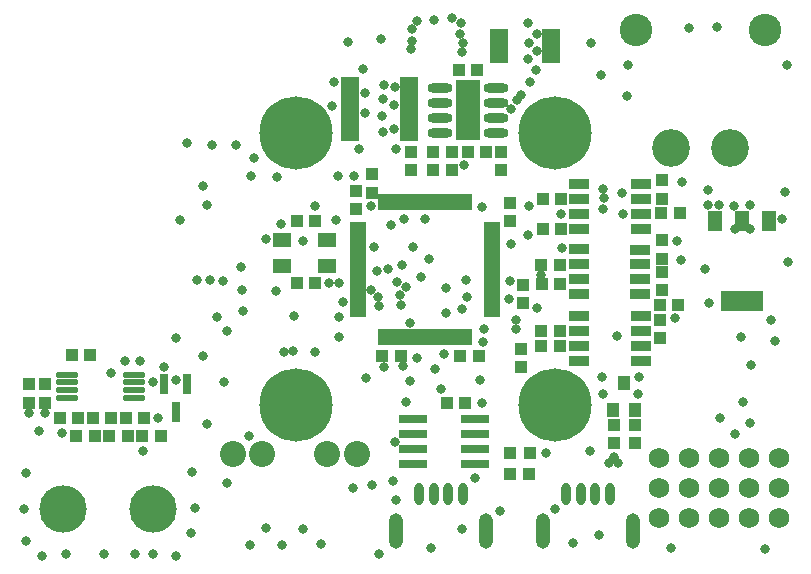
<source format=gts>
G04*
G04 #@! TF.GenerationSoftware,Altium Limited,Altium Designer,18.0.12 (696)*
G04*
G04 Layer_Color=8388736*
%FSLAX25Y25*%
%MOIN*%
G70*
G01*
G75*
%ADD18R,0.03950X0.03950*%
%ADD19R,0.04202X0.03898*%
%ADD20R,0.06300X0.11800*%
%ADD21R,0.03898X0.04202*%
%ADD22R,0.06312X0.21272*%
%ADD23R,0.08280X0.20485*%
%ADD24O,0.08280X0.03162*%
%ADD25R,0.01981X0.05524*%
%ADD26R,0.05524X0.01981*%
%ADD27R,0.06312X0.04737*%
%ADD28R,0.06800X0.03200*%
%ADD29R,0.05131X0.06902*%
%ADD30R,0.05131X0.06902*%
%ADD31R,0.14383X0.06902*%
%ADD32R,0.09461X0.03162*%
G04:AMPARAMS|DCode=33|XSize=118.24mil|YSize=47.37mil|CornerRadius=23.68mil|HoleSize=0mil|Usage=FLASHONLY|Rotation=90.000|XOffset=0mil|YOffset=0mil|HoleType=Round|Shape=RoundedRectangle|*
%AMROUNDEDRECTD33*
21,1,0.11824,0.00000,0,0,90.0*
21,1,0.07087,0.04737,0,0,90.0*
1,1,0.04737,0.00000,0.03544*
1,1,0.04737,0.00000,-0.03544*
1,1,0.04737,0.00000,-0.03544*
1,1,0.04737,0.00000,0.03544*
%
%ADD33ROUNDEDRECTD33*%
G04:AMPARAMS|DCode=34|XSize=31.62mil|YSize=74.93mil|CornerRadius=15.81mil|HoleSize=0mil|Usage=FLASHONLY|Rotation=0.000|XOffset=0mil|YOffset=0mil|HoleType=Round|Shape=RoundedRectangle|*
%AMROUNDEDRECTD34*
21,1,0.03162,0.04331,0,0,0.0*
21,1,0.00000,0.07493,0,0,0.0*
1,1,0.03162,0.00000,-0.02166*
1,1,0.03162,0.00000,-0.02166*
1,1,0.03162,0.00000,0.02166*
1,1,0.03162,0.00000,0.02166*
%
%ADD34ROUNDEDRECTD34*%
%ADD35O,0.07493X0.02178*%
%ADD36R,0.03162X0.06509*%
%ADD37R,0.04343X0.04540*%
%ADD38R,0.04343X0.04540*%
%ADD39C,0.06800*%
%ADD40C,0.10800*%
%ADD41C,0.12600*%
%ADD42C,0.08674*%
%ADD43C,0.15800*%
%ADD44C,0.24400*%
%ADD45C,0.03162*%
D18*
X891948Y188700D02*
D03*
X885452D02*
D03*
X885552Y195600D02*
D03*
X892048D02*
D03*
D19*
X920000Y205051D02*
D03*
Y198949D02*
D03*
X927000Y205051D02*
D03*
X927000Y198949D02*
D03*
X882500Y296051D02*
D03*
X882500Y289949D02*
D03*
X852500Y289949D02*
D03*
X852500Y296051D02*
D03*
X834000Y276949D02*
D03*
Y283051D02*
D03*
X839500Y282449D02*
D03*
Y288551D02*
D03*
X889300Y230451D02*
D03*
Y224349D02*
D03*
X885500Y272949D02*
D03*
Y279051D02*
D03*
X889900Y251751D02*
D03*
Y245649D02*
D03*
X935500Y240051D02*
D03*
Y233949D02*
D03*
X936000Y256051D02*
D03*
X936000Y249949D02*
D03*
X936000Y266551D02*
D03*
Y260449D02*
D03*
X936000Y286551D02*
D03*
Y280449D02*
D03*
X730500Y212449D02*
D03*
Y218551D02*
D03*
X725000Y212449D02*
D03*
Y218551D02*
D03*
D20*
X899200Y331500D02*
D03*
X881800Y331500D02*
D03*
D21*
X874551Y323500D02*
D03*
X868449D02*
D03*
X871449Y296000D02*
D03*
X877551D02*
D03*
X859949D02*
D03*
X866051Y296000D02*
D03*
X866051Y290000D02*
D03*
X859949Y290000D02*
D03*
X814449Y273000D02*
D03*
X820551D02*
D03*
Y252500D02*
D03*
X814449D02*
D03*
X849051Y228000D02*
D03*
X842949D02*
D03*
X875051D02*
D03*
X868949D02*
D03*
X895949Y231500D02*
D03*
X902051Y231500D02*
D03*
X895949Y236500D02*
D03*
X902051D02*
D03*
X896449Y280500D02*
D03*
X902551D02*
D03*
X902551Y270500D02*
D03*
X896449D02*
D03*
X902051Y258500D02*
D03*
X895949Y258500D02*
D03*
X902151Y252100D02*
D03*
X896049D02*
D03*
X941551Y245000D02*
D03*
X935449D02*
D03*
X942051Y275700D02*
D03*
X935949D02*
D03*
X864449Y212500D02*
D03*
X870551D02*
D03*
X739449Y228500D02*
D03*
X745551D02*
D03*
X747051Y201500D02*
D03*
X740949D02*
D03*
X751949D02*
D03*
X758051D02*
D03*
X769051D02*
D03*
X762949D02*
D03*
X735449Y207500D02*
D03*
X741551D02*
D03*
X746449D02*
D03*
X752551D02*
D03*
X757449D02*
D03*
X763551D02*
D03*
D22*
X832158Y310500D02*
D03*
X851842D02*
D03*
D23*
X871500Y310000D02*
D03*
D24*
X862248Y317500D02*
D03*
X862248Y312500D02*
D03*
X862248Y307500D02*
D03*
Y302500D02*
D03*
X880752Y317500D02*
D03*
X880752Y312500D02*
D03*
X880752Y307500D02*
D03*
X880752Y302500D02*
D03*
D25*
X842436Y279341D02*
D03*
X844405D02*
D03*
X846373D02*
D03*
X848342D02*
D03*
X850310D02*
D03*
X852279D02*
D03*
X854247D02*
D03*
X856216D02*
D03*
X858184D02*
D03*
X860153D02*
D03*
X862121D02*
D03*
X864090D02*
D03*
X866058D02*
D03*
X868027D02*
D03*
X869995D02*
D03*
X871964D02*
D03*
Y234459D02*
D03*
X869995D02*
D03*
X868027D02*
D03*
X866058D02*
D03*
X864090D02*
D03*
X862121D02*
D03*
X860153D02*
D03*
X858184D02*
D03*
X856216D02*
D03*
X854247D02*
D03*
X852279D02*
D03*
X850310D02*
D03*
X848342D02*
D03*
X846373D02*
D03*
X844405D02*
D03*
X842436D02*
D03*
D26*
X879641Y271664D02*
D03*
Y269695D02*
D03*
Y267727D02*
D03*
Y265758D02*
D03*
Y263790D02*
D03*
Y261821D02*
D03*
Y259853D02*
D03*
Y257884D02*
D03*
Y255916D02*
D03*
Y253947D02*
D03*
Y251979D02*
D03*
Y250010D02*
D03*
Y248042D02*
D03*
Y246073D02*
D03*
Y244105D02*
D03*
Y242136D02*
D03*
X834759D02*
D03*
Y244105D02*
D03*
Y246073D02*
D03*
Y248042D02*
D03*
Y250010D02*
D03*
Y251979D02*
D03*
Y253947D02*
D03*
Y255916D02*
D03*
Y257884D02*
D03*
Y259853D02*
D03*
Y261821D02*
D03*
Y263790D02*
D03*
Y265758D02*
D03*
Y267727D02*
D03*
Y269695D02*
D03*
Y271664D02*
D03*
D27*
X809520Y266831D02*
D03*
X824480Y266831D02*
D03*
X809520Y258169D02*
D03*
X824480Y258169D02*
D03*
D28*
X929000Y285400D02*
D03*
X929000Y280400D02*
D03*
Y275400D02*
D03*
X929000Y270400D02*
D03*
X908600Y270500D02*
D03*
Y275400D02*
D03*
X908600Y280400D02*
D03*
Y285400D02*
D03*
X908500Y248600D02*
D03*
Y253600D02*
D03*
Y258600D02*
D03*
Y263600D02*
D03*
X928900Y263500D02*
D03*
Y258600D02*
D03*
Y253600D02*
D03*
Y248600D02*
D03*
X929000Y241400D02*
D03*
Y236400D02*
D03*
X929000Y231400D02*
D03*
X929000Y226400D02*
D03*
X908600Y226500D02*
D03*
Y231400D02*
D03*
X908600Y236400D02*
D03*
X908600Y241400D02*
D03*
D29*
X971755Y272887D02*
D03*
D30*
X962700D02*
D03*
X953645D02*
D03*
D31*
X962700Y246313D02*
D03*
D32*
X853264Y207000D02*
D03*
Y202000D02*
D03*
Y192000D02*
D03*
X873736Y207000D02*
D03*
X873736Y202000D02*
D03*
Y192000D02*
D03*
X853264Y197000D02*
D03*
X873736Y197000D02*
D03*
D33*
X896441Y169752D02*
D03*
X926559D02*
D03*
X847441D02*
D03*
X877559D02*
D03*
D34*
X904118Y181957D02*
D03*
X909039D02*
D03*
X913961D02*
D03*
X918882D02*
D03*
X855118D02*
D03*
X860039D02*
D03*
X864961D02*
D03*
X869882D02*
D03*
D35*
X737780Y221839D02*
D03*
Y219280D02*
D03*
Y216721D02*
D03*
Y214161D02*
D03*
X760220Y221839D02*
D03*
Y219280D02*
D03*
X760220Y216721D02*
D03*
Y214161D02*
D03*
D36*
X777740Y218626D02*
D03*
X770260D02*
D03*
X774000Y209374D02*
D03*
D37*
X919760Y209874D02*
D03*
X923500Y219126D02*
D03*
D38*
X927240Y209874D02*
D03*
D39*
X935000Y174000D02*
D03*
Y184000D02*
D03*
Y194000D02*
D03*
X955000Y174000D02*
D03*
Y184000D02*
D03*
Y194000D02*
D03*
X965000Y174000D02*
D03*
Y184000D02*
D03*
Y194000D02*
D03*
X975000Y174000D02*
D03*
Y184000D02*
D03*
Y194000D02*
D03*
X945000Y174000D02*
D03*
Y184000D02*
D03*
Y194000D02*
D03*
D40*
X970600Y336800D02*
D03*
X927400D02*
D03*
D41*
X958800Y297500D02*
D03*
X939200D02*
D03*
D42*
X824500Y195500D02*
D03*
X834343Y195500D02*
D03*
X793000Y195500D02*
D03*
X802843D02*
D03*
D43*
X736500Y177000D02*
D03*
X766500D02*
D03*
D44*
X900593Y211652D02*
D03*
Y302203D02*
D03*
X813979D02*
D03*
Y211652D02*
D03*
D45*
X850100Y273600D02*
D03*
X840044Y264456D02*
D03*
X810200Y229500D02*
D03*
X852100Y238900D02*
D03*
X849600Y258400D02*
D03*
X850800Y250900D02*
D03*
X848800Y248500D02*
D03*
X849200Y244900D02*
D03*
X829700Y246000D02*
D03*
X869600Y243800D02*
D03*
X864300Y242400D02*
D03*
X889300Y314900D02*
D03*
X885700Y310500D02*
D03*
X847500Y297000D02*
D03*
X839300Y250000D02*
D03*
X796200D02*
D03*
X795700Y257700D02*
D03*
X798600Y201200D02*
D03*
X885700Y265400D02*
D03*
X871300Y247800D02*
D03*
X885400Y252900D02*
D03*
X885200Y247100D02*
D03*
X876400Y232600D02*
D03*
X850900Y212600D02*
D03*
X876000Y212400D02*
D03*
X875400Y219900D02*
D03*
X863600Y228700D02*
D03*
X841800Y162100D02*
D03*
X791300Y185700D02*
D03*
X820600Y278100D02*
D03*
X807700Y287600D02*
D03*
X800100Y293900D02*
D03*
X799300Y288000D02*
D03*
X786100Y298500D02*
D03*
X794200D02*
D03*
X777700Y299000D02*
D03*
X775500Y273400D02*
D03*
X887700Y313200D02*
D03*
X870200Y291800D02*
D03*
X831400Y332700D02*
D03*
X842400Y333600D02*
D03*
X924800Y325100D02*
D03*
X977800Y325000D02*
D03*
X954500Y337700D02*
D03*
X945100Y337400D02*
D03*
X912600Y332300D02*
D03*
X915700Y321700D02*
D03*
X924600Y314700D02*
D03*
X922900Y282400D02*
D03*
X942700Y286100D02*
D03*
X942400Y260100D02*
D03*
X950400Y256900D02*
D03*
X894600Y243900D02*
D03*
X902800Y264000D02*
D03*
X902500Y275300D02*
D03*
X891700Y278100D02*
D03*
X864000Y250700D02*
D03*
X870700Y253200D02*
D03*
X847900Y252600D02*
D03*
X853100Y264200D02*
D03*
X857200Y273600D02*
D03*
X839100Y278100D02*
D03*
X833600Y288000D02*
D03*
X828300Y287900D02*
D03*
X827400Y273400D02*
D03*
X816600Y266200D02*
D03*
X807400Y249700D02*
D03*
X787700Y241100D02*
D03*
X783300Y227900D02*
D03*
X790200Y219400D02*
D03*
X970600Y163700D02*
D03*
X939300Y164100D02*
D03*
X915000Y168500D02*
D03*
X906400Y165800D02*
D03*
X869500Y170200D02*
D03*
X859000Y164000D02*
D03*
X822500Y165300D02*
D03*
X816500Y170200D02*
D03*
X809500Y165100D02*
D03*
X804000Y170700D02*
D03*
X798900Y165000D02*
D03*
X977300Y282800D02*
D03*
X976300Y273800D02*
D03*
X972400Y240000D02*
D03*
X962400Y234500D02*
D03*
X973800Y233000D02*
D03*
X963200Y212800D02*
D03*
X965900Y224900D02*
D03*
X965500Y205700D02*
D03*
X960600Y202100D02*
D03*
X955600Y207400D02*
D03*
X873800Y187300D02*
D03*
X897600Y195600D02*
D03*
X912100Y196300D02*
D03*
X826300Y311200D02*
D03*
X837300Y309100D02*
D03*
X837000Y315700D02*
D03*
X826700Y319300D02*
D03*
X835300Y297000D02*
D03*
X836500Y323600D02*
D03*
X892000Y319300D02*
D03*
X894000Y323200D02*
D03*
X891600Y327000D02*
D03*
X894500Y329700D02*
D03*
X891700Y332200D02*
D03*
X894400Y335400D02*
D03*
X891500Y338900D02*
D03*
X870100Y317900D02*
D03*
X873300Y316600D02*
D03*
X869500Y314600D02*
D03*
X873400Y311900D02*
D03*
X869600Y309700D02*
D03*
X873400Y308000D02*
D03*
X869700Y305900D02*
D03*
X873400Y303800D02*
D03*
X869700Y301800D02*
D03*
X869600Y329500D02*
D03*
X869900Y332500D02*
D03*
X868900Y335400D02*
D03*
X869000Y338900D02*
D03*
X866300Y340600D02*
D03*
X860300Y340100D02*
D03*
X854400Y339700D02*
D03*
X852800Y337000D02*
D03*
X852700Y333100D02*
D03*
X852600Y330200D02*
D03*
X784400Y278200D02*
D03*
X789900Y253100D02*
D03*
X781200Y253400D02*
D03*
X839400Y185100D02*
D03*
X876000Y277700D02*
D03*
X820500Y229200D02*
D03*
X813300Y229700D02*
D03*
X849900Y224700D02*
D03*
X847200Y199500D02*
D03*
X844781Y257181D02*
D03*
X887400Y237000D02*
D03*
Y240100D02*
D03*
X785500Y253213D02*
D03*
X783000Y284800D02*
D03*
X841200Y256400D02*
D03*
X837500Y220600D02*
D03*
X858400Y260300D02*
D03*
X843400Y224500D02*
D03*
X854600Y227400D02*
D03*
X891600Y268500D02*
D03*
X895700Y255000D02*
D03*
X843100Y302600D02*
D03*
X846800Y303600D02*
D03*
X842800Y308100D02*
D03*
X846800Y311700D02*
D03*
X843200Y313800D02*
D03*
X847100Y317700D02*
D03*
X843400Y318300D02*
D03*
X960500Y270400D02*
D03*
X965600Y270500D02*
D03*
Y278400D02*
D03*
X960300Y278100D02*
D03*
X951400Y283200D02*
D03*
X955100Y278500D02*
D03*
X951600Y278200D02*
D03*
X951800Y245600D02*
D03*
X940500Y240600D02*
D03*
X923200Y275400D02*
D03*
X921100Y234600D02*
D03*
X941200Y266200D02*
D03*
X845700Y271700D02*
D03*
X852300Y219600D02*
D03*
X860400Y223800D02*
D03*
X855900Y254300D02*
D03*
X841600Y247800D02*
D03*
X841700Y244700D02*
D03*
X916500Y277100D02*
D03*
X916700Y280600D02*
D03*
X916500Y283800D02*
D03*
X876800Y237100D02*
D03*
X774000Y234000D02*
D03*
X774100Y220000D02*
D03*
X828500Y234500D02*
D03*
X978000Y259500D02*
D03*
X804000Y267000D02*
D03*
X809000Y272000D02*
D03*
X828500Y252500D02*
D03*
X825000D02*
D03*
X928500Y221000D02*
D03*
X928000Y215500D02*
D03*
X916500D02*
D03*
X916000Y221000D02*
D03*
X862500Y217000D02*
D03*
X900500Y177000D02*
D03*
X882000Y176500D02*
D03*
X847500Y180000D02*
D03*
X833300Y184000D02*
D03*
X846500Y186500D02*
D03*
X796500Y243000D02*
D03*
X791000Y236500D02*
D03*
X828500Y241000D02*
D03*
X813500Y241500D02*
D03*
X920000Y194500D02*
D03*
X921500Y192500D02*
D03*
X918500D02*
D03*
X725000Y209000D02*
D03*
X730500D02*
D03*
X736000Y202500D02*
D03*
X763000Y196500D02*
D03*
X768000Y207500D02*
D03*
X766500Y219500D02*
D03*
X770000Y224500D02*
D03*
X762000Y226500D02*
D03*
X757000D02*
D03*
X752500Y222500D02*
D03*
X728500Y203000D02*
D03*
X750000Y162000D02*
D03*
X766500D02*
D03*
X780500Y177500D02*
D03*
X723500Y177000D02*
D03*
X784500Y205500D02*
D03*
X779500Y189500D02*
D03*
X737500Y162000D02*
D03*
X760500D02*
D03*
X774000Y161500D02*
D03*
X779000Y169000D02*
D03*
X724000Y189000D02*
D03*
Y166500D02*
D03*
X729500Y161500D02*
D03*
M02*

</source>
